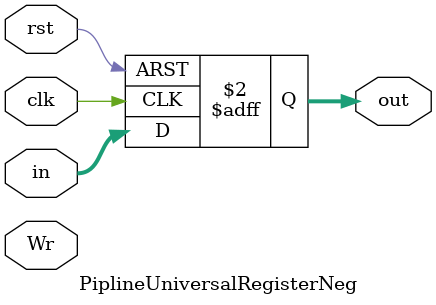
<source format=v>
module PiplineUniversalRegister #(parameter WIDTH = 32)(clk, rst, Wr, in, out);
            
   input                clk;
   input                rst;
   input                Wr; 
   input  [WIDTH-1 : 0] in;
   output [WIDTH-1 : 0] out;

   reg [WIDTH-1 : 0] out;
               
   always @(posedge clk or posedge rst) begin
      if ( rst ) begin
         out = 0;
         out[WIDTH-1: WIDTH-32] = 32'h0000_3000;
      end
      else// if (Wr)
         out <= in;
   end
   
endmodule


module PiplineUniversalRegisterNeg #(parameter WIDTH = 32)(clk, rst, Wr, in, out);
            
   input                clk;
   input                rst;
   input                Wr; 
   input  [WIDTH-1 : 0] in;
   output [WIDTH-1 : 0] out;

   reg [WIDTH-1 : 0] out;
               
   always @(negedge clk or posedge rst) begin
      if ( rst ) begin
         out = 0;
         out[WIDTH-1: WIDTH-32] = 32'h0000_3000;
      end
      else// if (Wr)
         out <= in;
   end
   
endmodule

</source>
